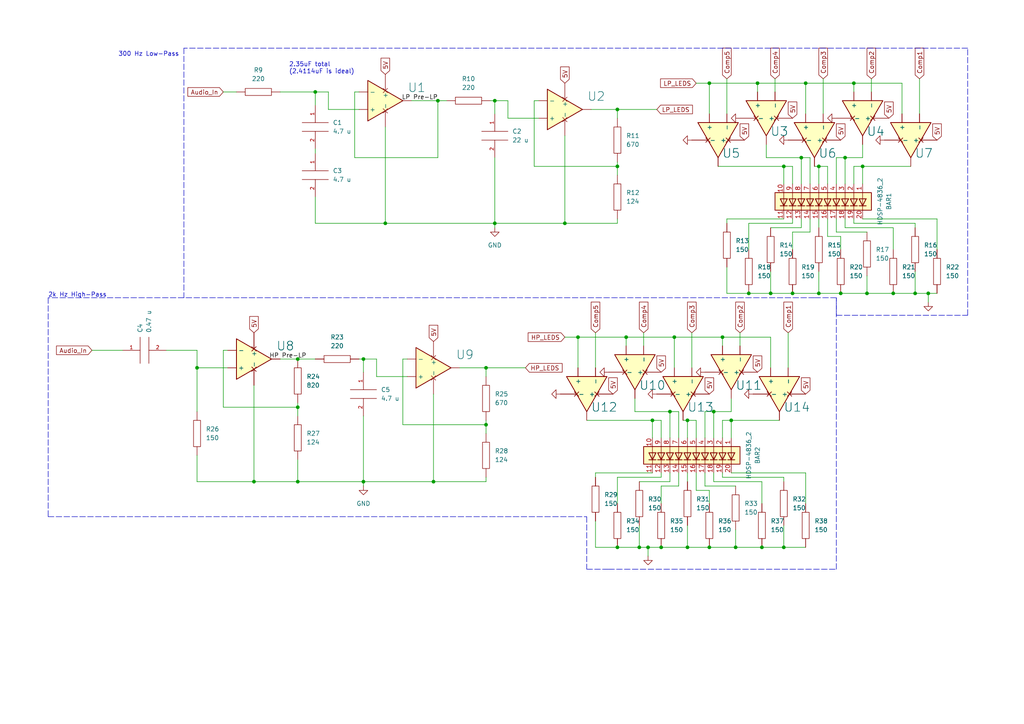
<source format=kicad_sch>
(kicad_sch (version 20211123) (generator eeschema)
  (paper "A4")
  (title_block (title "High and Low Pass Filters with Bar Graph LEDs"))
  (lib_symbols
    (symbol "Generic:X-opamp,IEEE" (pin_numbers hide)
      (property "Reference" "U" (at 6.35 3.81 0))
      (property "Value" "X-opamp,IEEE" (at 6.35 -3.81 0))
      (symbol "X-opamp,IEEE_1_1"
        (polyline (pts (xy 5.08 0) (xy -5.08 5.8674) (xy -5.08 -5.8674) (xy 5.08 0)) (stroke (width 0.254)) (fill (type background)))
        (pin input line (at -7.62 -2.54 0) (length 2.54) (name "+") (number "1"))
        (pin input line (at -7.62 2.54 0) (length 2.54) (name "-") (number "2"))
        (pin power_in non_logic (at 0 7.62 270) (length 4.6736) (name "+") (number "3"))
        (pin power_in non_logic (at 0 -7.62 90) (length 4.6736) (name "-") (number "4"))
        (pin output line (at 7.62 0 180) (length 2.54) (name "OUT") (number "5"))
      )
    )
    (symbol "LED:HDSP-4836_2" (pin_names (offset 1.016) hide)
      (property "Reference" "BAR" (at 0 15.24 0))
      (property "Value" "HDSP-4836_2" (at 0 -17.78 0))
      (symbol "HDSP-4836_2_0_1"
        (rectangle (start -2.54 12.7) (end 2.54 -15.24) (stroke (width 0.254)) (fill (type background)))
        (polyline (pts (xy -2.54 -12.7) (xy 2.54 -12.7)))
        (polyline (pts (xy -2.54 -10.16) (xy 2.54 -10.16)))
        (polyline (pts (xy -2.54 -7.62) (xy 2.54 -7.62)))
        (polyline (pts (xy -2.54 -5.08) (xy 2.54 -5.08)))
        (polyline (pts (xy -2.54 0) (xy 2.54 0)))
        (polyline (pts (xy -2.54 5.08) (xy 2.54 5.08)))
        (polyline (pts (xy -2.54 7.62) (xy 2.54 7.62)))
        (polyline (pts (xy -2.54 10.16) (xy 2.54 10.16)))
        (polyline (pts (xy 1.27 -11.684) (xy 1.27 -13.716)) (stroke (width 0.254)))
        (polyline (pts (xy 1.27 -9.144) (xy 1.27 -11.176)) (stroke (width 0.254)))
        (polyline (pts (xy 1.27 -6.604) (xy 1.27 -8.636)) (stroke (width 0.254)))
        (polyline (pts (xy 1.27 -4.064) (xy 1.27 -6.096)) (stroke (width 0.254)))
        (polyline (pts (xy 1.27 -1.524) (xy 1.27 -3.556)) (stroke (width 0.254)))
        (polyline (pts (xy 1.27 1.016) (xy 1.27 -1.016)) (stroke (width 0.254)))
        (polyline (pts (xy 1.27 3.556) (xy 1.27 1.524)) (stroke (width 0.254)))
        (polyline (pts (xy 1.27 6.096) (xy 1.27 4.064)) (stroke (width 0.254)))
        (polyline (pts (xy 1.27 8.636) (xy 1.27 6.604)) (stroke (width 0.254)))
        (polyline (pts (xy 1.27 11.176) (xy 1.27 9.144)) (stroke (width 0.254)))
        (polyline (pts (xy 2.54 -2.54) (xy -2.54 -2.54)))
        (polyline (pts (xy 2.54 2.54) (xy -2.54 2.54)))
        (polyline (pts (xy -0.762 -11.684) (xy -0.762 -13.716) (xy 1.27 -12.7) (xy -0.762 -11.684)) (stroke (width 0.254)))
        (polyline (pts (xy -0.762 -9.144) (xy -0.762 -11.176) (xy 1.27 -10.16) (xy -0.762 -9.144)) (stroke (width 0.254)))
        (polyline (pts (xy -0.762 -6.604) (xy -0.762 -8.636) (xy 1.27 -7.62) (xy -0.762 -6.604)) (stroke (width 0.254)))
        (polyline (pts (xy -0.762 -4.064) (xy -0.762 -6.096) (xy 1.27 -5.08) (xy -0.762 -4.064)) (stroke (width 0.254)))
        (polyline (pts (xy -0.762 -1.524) (xy -0.762 -3.556) (xy 1.27 -2.54) (xy -0.762 -1.524)) (stroke (width 0.254)))
        (polyline (pts (xy -0.762 1.016) (xy -0.762 -1.016) (xy 1.27 0) (xy -0.762 1.016)) (stroke (width 0.254)))
        (polyline (pts (xy -0.762 3.556) (xy -0.762 1.524) (xy 1.27 2.54) (xy -0.762 3.556)) (stroke (width 0.254)))
        (polyline (pts (xy -0.762 6.096) (xy -0.762 4.064) (xy 1.27 5.08) (xy -0.762 6.096)) (stroke (width 0.254)))
        (polyline (pts (xy -0.762 8.636) (xy -0.762 6.604) (xy 1.27 7.62) (xy -0.762 8.636)) (stroke (width 0.254)))
        (polyline (pts (xy -0.762 11.176) (xy -0.762 9.144) (xy 1.27 10.16) (xy -0.762 11.176)) (stroke (width 0.254)))
      )
      (symbol "HDSP-4836_2_1_1"
        (pin passive line (at -5.08 10.16 0) (length 2.54) (name "A") (number "1"))
        (pin passive line (at -5.08 -12.7 0) (length 2.54) (name "A") (number "10"))
        (pin passive line (at 5.08 -12.7 180) (length 2.54) (name "K") (number "11"))
        (pin passive line (at 5.08 -10.16 180) (length 2.54) (name "K") (number "12"))
        (pin passive line (at 5.08 -7.62 180) (length 2.54) (name "K") (number "13"))
        (pin passive line (at 5.08 -5.08 180) (length 2.54) (name "K") (number "14"))
        (pin passive line (at 5.08 -2.54 180) (length 2.54) (name "K") (number "15"))
        (pin passive line (at 5.08 0 180) (length 2.54) (name "K") (number "16"))
        (pin passive line (at 5.08 2.54 180) (length 2.54) (name "K") (number "17"))
        (pin passive line (at 5.08 5.08 180) (length 2.54) (name "K") (number "18"))
        (pin passive line (at 5.08 7.62 180) (length 2.54) (name "K") (number "19"))
        (pin passive line (at -5.08 7.62 0) (length 2.54) (name "A") (number "2"))
        (pin passive line (at 5.08 10.16 180) (length 2.54) (name "K") (number "20"))
        (pin passive line (at -5.08 5.08 0) (length 2.54) (name "A") (number "3"))
        (pin passive line (at -5.08 2.54 0) (length 2.54) (name "A") (number "4"))
        (pin passive line (at -5.08 0 0) (length 2.54) (name "A") (number "5"))
        (pin passive line (at -5.08 -2.54 0) (length 2.54) (name "A") (number "6"))
        (pin passive line (at -5.08 -5.08 0) (length 2.54) (name "A") (number "7"))
        (pin passive line (at -5.08 -7.62 0) (length 2.54) (name "A") (number "8"))
        (pin passive line (at -5.08 -10.16 0) (length 2.54) (name "A") (number "9"))
      )
    )
    (symbol "power:GND" (power) (pin_names (offset 0))
      (property "Value" "GND" (at 0 -3.81 0))
      (symbol "GND_0_1"
        (polyline (pts (xy 0 0) (xy 0 -1.27) (xy 1.27 -1.27) (xy 0 -2.54) (xy -1.27 -1.27) (xy 0 -1.27)))
      )
      (symbol "GND_1_1"
        (pin power_in line (at 0 0 270) (length 0) hide (name "GND") (number "1"))
      )
    )
    (symbol "pspice:C" (pin_names (offset 0.254))
      (property "Reference" "C" (at 2.54 3.81 90))
      (property "Value" "C" (at 2.54 -3.81 90))
      (symbol "C_0_1"
        (polyline (pts (xy -3.81 -1.27) (xy 3.81 -1.27)))
        (polyline (pts (xy -3.81 1.27) (xy 3.81 1.27)))
      )
      (symbol "C_1_1"
        (pin passive line (at 0 6.35 270) (length 5.08) (name "~") (number "1"))
        (pin passive line (at 0 -6.35 90) (length 5.08) (name "~") (number "2"))
      )
    )
    (symbol "pspice:R" (pin_numbers hide) (pin_names (offset 0))
      (property "Reference" "R" (at 2.032 0 90))
      (property "Value" "R" (at 0 0 90))
      (symbol "R_0_1"
        (rectangle (start -1.016 3.81) (end 1.016 -3.81))
      )
      (symbol "R_1_1"
        (pin passive line (at 0 6.35 270) (length 2.54) (name "~") (number "1"))
        (pin passive line (at 0 -6.35 90) (length 2.54) (name "~") (number "2"))
      )
    )
  )
  (junction (at 227.33 158.75))
  (junction (at 243.84 85.09))
  (junction (at 143.51 64.77))
  (junction (at 167.64 97.79))
  (junction (at 269.24 85.09))
  (junction (at 245.11 45.72))
  (junction (at 205.74 24.13))
  (junction (at 125.73 139.7))
  (junction (at 259.08 85.09))
  (junction (at 194.31 119.38))
  (junction (at 185.42 158.75))
  (junction (at 163.83 64.77))
  (junction (at 265.43 85.09))
  (junction (at 217.17 85.09))
  (junction (at 181.61 97.79))
  (junction (at 247.65 24.13))
  (junction (at 140.97 106.68))
  (junction (at 140.97 123.19))
  (junction (at 199.39 121.92))
  (junction (at 127 29.21))
  (junction (at 199.39 158.75))
  (junction (at 209.55 97.79))
  (junction (at 195.58 97.79))
  (junction (at 219.71 24.13))
  (junction (at 251.46 85.09))
  (junction (at 86.36 139.7))
  (junction (at 91.44 26.67))
  (junction (at 237.49 85.09))
  (junction (at 229.87 85.09))
  (junction (at 187.96 158.75))
  (junction (at 105.41 104.14))
  (junction (at 227.33 48.26))
  (junction (at 207.01 119.38))
  (junction (at 179.07 48.26))
  (junction (at 105.41 139.7))
  (junction (at 143.51 29.21))
  (junction (at 57.15 106.68))
  (junction (at 205.74 158.75))
  (junction (at 86.36 104.14))
  (junction (at 86.36 118.11))
  (junction (at 232.41 45.72))
  (junction (at 212.09 121.92))
  (junction (at 179.07 158.75))
  (junction (at 213.36 158.75))
  (junction (at 223.52 85.09))
  (junction (at 220.98 158.75))
  (junction (at 179.07 31.75))
  (junction (at 189.23 121.92))
  (junction (at 111.76 64.77))
  (junction (at 250.19 48.26))
  (junction (at 191.77 158.75))
  (junction (at 73.66 139.7))
  (junction (at 233.68 24.13))
  (junction (at 237.49 48.26))
  (wire (pts (xy 207.01 127) (xy 207.01 119.38)))
  (wire (pts (xy 207.01 119.38) (xy 204.47 119.38)))
  (wire (pts (xy 269.24 85.09) (xy 269.24 87.63)))
  (wire (pts (xy 116.84 123.19) (xy 116.84 104.14)))
  (wire (pts (xy 125.73 139.7) (xy 105.41 139.7)))
  (wire (pts (xy 143.51 45.72) (xy 143.51 64.77)))
  (wire (pts (xy 119.38 29.21) (xy 127 29.21)))
  (wire (pts (xy 247.65 48.26) (xy 250.19 48.26)))
  (wire (pts (xy 261.62 24.13) (xy 261.62 33.02)))
  (wire (pts (xy 163.83 97.79) (xy 167.64 97.79)))
  (wire (pts (xy 243.84 68.58) (xy 243.84 72.39)))
  (wire (pts (xy 105.41 120.65) (xy 105.41 139.7)))
  (wire (pts (xy 238.76 22.86) (xy 238.76 33.02)))
  (wire (pts (xy 111.76 36.83) (xy 111.76 64.77)))
  (wire (pts (xy 204.47 127) (xy 204.47 119.38)))
  (wire (pts (xy 213.36 153.67) (xy 213.36 158.75)))
  (wire (pts (xy 57.15 106.68) (xy 57.15 101.6)))
  (wire (pts (xy 233.68 137.16) (xy 233.68 146.05)))
  (polyline (pts (xy 280.67 91.44) (xy 280.67 13.97)))
  (wire (pts (xy 234.95 53.34) (xy 234.95 45.72)))
  (wire (pts (xy 233.68 158.75) (xy 227.33 158.75)))
  (wire (pts (xy 237.49 85.09) (xy 237.49 78.74)))
  (wire (pts (xy 95.25 26.67) (xy 91.44 26.67)))
  (wire (pts (xy 26.67 101.6) (xy 35.56 101.6)))
  (wire (pts (xy 179.07 31.75) (xy 179.07 34.29)))
  (wire (pts (xy 179.07 48.26) (xy 179.07 50.8)))
  (wire (pts (xy 223.52 85.09) (xy 229.87 85.09)))
  (wire (pts (xy 172.72 151.13) (xy 172.72 158.75)))
  (wire (pts (xy 191.77 140.97) (xy 196.85 140.97)))
  (wire (pts (xy 219.71 24.13) (xy 219.71 26.67)))
  (wire (pts (xy 91.44 30.48) (xy 91.44 26.67)))
  (wire (pts (xy 236.22 48.26) (xy 237.49 48.26)))
  (wire (pts (xy 229.87 67.31) (xy 229.87 72.39)))
  (wire (pts (xy 265.43 78.74) (xy 265.43 85.09)))
  (wire (pts (xy 109.22 104.14) (xy 105.41 104.14)))
  (wire (pts (xy 116.84 104.14) (xy 118.11 104.14)))
  (wire (pts (xy 271.78 63.5) (xy 271.78 72.39)))
  (wire (pts (xy 179.07 31.75) (xy 190.5 31.75)))
  (wire (pts (xy 242.57 67.31) (xy 242.57 63.5)))
  (wire (pts (xy 233.68 24.13) (xy 233.68 33.02)))
  (polyline (pts (xy 13.97 86.36) (xy 13.97 149.86)))
  (wire (pts (xy 195.58 97.79) (xy 209.55 97.79)))
  (wire (pts (xy 243.84 85.09) (xy 251.46 85.09)))
  (wire (pts (xy 227.33 138.43) (xy 227.33 139.7)))
  (wire (pts (xy 191.77 140.97) (xy 191.77 146.05)))
  (wire (pts (xy 189.23 127) (xy 189.23 121.92)))
  (wire (pts (xy 86.36 133.35) (xy 86.36 139.7)))
  (wire (pts (xy 224.79 22.86) (xy 224.79 26.67)))
  (wire (pts (xy 227.33 152.4) (xy 227.33 158.75)))
  (wire (pts (xy 205.74 24.13) (xy 205.74 33.02)))
  (wire (pts (xy 213.36 158.75) (xy 220.98 158.75)))
  (wire (pts (xy 125.73 114.3) (xy 125.73 139.7)))
  (wire (pts (xy 140.97 106.68) (xy 140.97 109.22)))
  (wire (pts (xy 214.63 96.52) (xy 214.63 100.33)))
  (wire (pts (xy 209.55 97.79) (xy 209.55 100.33)))
  (wire (pts (xy 250.19 48.26) (xy 250.19 53.34)))
  (wire (pts (xy 143.51 33.02) (xy 143.51 29.21)))
  (polyline (pts (xy 236.22 86.36) (xy 13.97 86.36)))
  (wire (pts (xy 187.96 158.75) (xy 191.77 158.75)))
  (wire (pts (xy 209.55 138.43) (xy 209.55 137.16)))
  (wire (pts (xy 57.15 106.68) (xy 57.15 119.38)))
  (wire (pts (xy 184.15 115.57) (xy 184.15 119.38)))
  (wire (pts (xy 232.41 63.5) (xy 232.41 66.04)))
  (wire (pts (xy 240.03 68.58) (xy 240.03 63.5)))
  (wire (pts (xy 245.11 45.72) (xy 242.57 45.72)))
  (wire (pts (xy 154.94 29.21) (xy 156.21 29.21)))
  (wire (pts (xy 259.08 72.39) (xy 259.08 66.04)))
  (wire (pts (xy 172.72 106.68) (xy 172.72 96.52)))
  (wire (pts (xy 81.28 26.67) (xy 91.44 26.67)))
  (wire (pts (xy 185.42 158.75) (xy 187.96 158.75)))
  (wire (pts (xy 140.97 121.92) (xy 140.97 123.19)))
  (wire (pts (xy 265.43 64.77) (xy 265.43 66.04)))
  (wire (pts (xy 237.49 85.09) (xy 243.84 85.09)))
  (wire (pts (xy 143.51 64.77) (xy 143.51 66.04)))
  (wire (pts (xy 105.41 139.7) (xy 105.41 140.97)))
  (wire (pts (xy 229.87 64.77) (xy 217.17 64.77)))
  (polyline (pts (xy 170.18 165.1) (xy 176.53 165.1)))
  (wire (pts (xy 210.82 63.5) (xy 227.33 63.5)))
  (polyline (pts (xy 242.57 86.36) (xy 242.57 91.44)))
  (wire (pts (xy 57.15 106.68) (xy 66.04 106.68)))
  (wire (pts (xy 181.61 97.79) (xy 195.58 97.79)))
  (wire (pts (xy 210.82 77.47) (xy 210.82 85.09)))
  (polyline (pts (xy 280.67 13.97) (xy 53.34 13.97)))
  (wire (pts (xy 109.22 109.22) (xy 118.11 109.22)))
  (wire (pts (xy 140.97 139.7) (xy 125.73 139.7)))
  (wire (pts (xy 142.24 29.21) (xy 143.51 29.21)))
  (wire (pts (xy 102.87 26.67) (xy 104.14 26.67)))
  (wire (pts (xy 179.07 138.43) (xy 179.07 146.05)))
  (wire (pts (xy 191.77 121.92) (xy 189.23 121.92)))
  (wire (pts (xy 95.25 31.75) (xy 104.14 31.75)))
  (wire (pts (xy 251.46 85.09) (xy 259.08 85.09)))
  (wire (pts (xy 229.87 63.5) (xy 229.87 64.77)))
  (wire (pts (xy 127 29.21) (xy 127 45.72)))
  (wire (pts (xy 242.57 53.34) (xy 242.57 45.72)))
  (wire (pts (xy 234.95 67.31) (xy 234.95 63.5)))
  (polyline (pts (xy 242.57 86.36) (xy 236.22 86.36)))
  (wire (pts (xy 204.47 140.97) (xy 204.47 137.16)))
  (wire (pts (xy 204.47 140.97) (xy 213.36 140.97)))
  (wire (pts (xy 199.39 158.75) (xy 205.74 158.75)))
  (wire (pts (xy 201.93 121.92) (xy 201.93 127)))
  (wire (pts (xy 209.55 121.92) (xy 212.09 121.92)))
  (wire (pts (xy 237.49 63.5) (xy 237.49 66.04)))
  (wire (pts (xy 105.41 107.95) (xy 105.41 104.14)))
  (wire (pts (xy 91.44 43.18) (xy 91.44 44.45)))
  (wire (pts (xy 205.74 24.13) (xy 219.71 24.13)))
  (wire (pts (xy 196.85 119.38) (xy 194.31 119.38)))
  (wire (pts (xy 271.78 85.09) (xy 269.24 85.09)))
  (wire (pts (xy 86.36 116.84) (xy 86.36 118.11)))
  (wire (pts (xy 181.61 97.79) (xy 181.61 100.33)))
  (wire (pts (xy 210.82 33.02) (xy 210.82 22.86)))
  (wire (pts (xy 86.36 118.11) (xy 64.77 118.11)))
  (wire (pts (xy 222.25 45.72) (xy 232.41 45.72)))
  (wire (pts (xy 86.36 139.7) (xy 105.41 139.7)))
  (polyline (pts (xy 242.57 165.1) (xy 242.57 86.36)))
  (wire (pts (xy 201.93 24.13) (xy 205.74 24.13)))
  (wire (pts (xy 194.31 139.7) (xy 185.42 139.7)))
  (wire (pts (xy 209.55 97.79) (xy 223.52 97.79)))
  (wire (pts (xy 154.94 48.26) (xy 179.07 48.26)))
  (wire (pts (xy 73.66 139.7) (xy 86.36 139.7)))
  (wire (pts (xy 227.33 53.34) (xy 227.33 48.26)))
  (wire (pts (xy 111.76 64.77) (xy 91.44 64.77)))
  (wire (pts (xy 104.14 104.14) (xy 105.41 104.14)))
  (wire (pts (xy 191.77 127) (xy 191.77 121.92)))
  (wire (pts (xy 199.39 137.16) (xy 199.39 139.7)))
  (wire (pts (xy 172.72 158.75) (xy 179.07 158.75)))
  (wire (pts (xy 259.08 85.09) (xy 265.43 85.09)))
  (wire (pts (xy 229.87 85.09) (xy 237.49 85.09)))
  (wire (pts (xy 217.17 85.09) (xy 223.52 85.09)))
  (wire (pts (xy 223.52 97.79) (xy 223.52 106.68)))
  (wire (pts (xy 199.39 158.75) (xy 199.39 152.4)))
  (wire (pts (xy 250.19 48.26) (xy 264.16 48.26)))
  (wire (pts (xy 207.01 139.7) (xy 220.98 139.7)))
  (wire (pts (xy 196.85 140.97) (xy 196.85 137.16)))
  (polyline (pts (xy 53.34 13.97) (xy 53.34 86.36)))
  (wire (pts (xy 227.33 48.26) (xy 208.28 48.26)))
  (wire (pts (xy 200.66 96.52) (xy 200.66 106.68)))
  (wire (pts (xy 57.15 132.08) (xy 57.15 139.7)))
  (wire (pts (xy 234.95 45.72) (xy 232.41 45.72)))
  (wire (pts (xy 205.74 158.75) (xy 213.36 158.75)))
  (wire (pts (xy 229.87 67.31) (xy 234.95 67.31)))
  (wire (pts (xy 179.07 64.77) (xy 179.07 63.5)))
  (wire (pts (xy 232.41 53.34) (xy 232.41 45.72)))
  (wire (pts (xy 251.46 80.01) (xy 251.46 85.09)))
  (wire (pts (xy 220.98 146.05) (xy 220.98 139.7)))
  (wire (pts (xy 201.93 142.24) (xy 205.74 142.24)))
  (wire (pts (xy 237.49 48.26) (xy 240.03 48.26)))
  (wire (pts (xy 245.11 66.04) (xy 259.08 66.04)))
  (wire (pts (xy 210.82 85.09) (xy 217.17 85.09)))
  (wire (pts (xy 95.25 31.75) (xy 95.25 26.67)))
  (wire (pts (xy 247.65 24.13) (xy 247.65 26.67)))
  (wire (pts (xy 223.52 78.74) (xy 223.52 85.09)))
  (wire (pts (xy 237.49 48.26) (xy 237.49 53.34)))
  (wire (pts (xy 271.78 63.5) (xy 250.19 63.5)))
  (wire (pts (xy 228.6 96.52) (xy 228.6 106.68)))
  (wire (pts (xy 191.77 158.75) (xy 199.39 158.75)))
  (wire (pts (xy 247.65 53.34) (xy 247.65 48.26)))
  (wire (pts (xy 172.72 137.16) (xy 189.23 137.16)))
  (wire (pts (xy 179.07 64.77) (xy 163.83 64.77)))
  (wire (pts (xy 242.57 67.31) (xy 251.46 67.31)))
  (wire (pts (xy 219.71 24.13) (xy 233.68 24.13)))
  (wire (pts (xy 64.77 118.11) (xy 64.77 101.6)))
  (wire (pts (xy 167.64 97.79) (xy 167.64 106.68)))
  (wire (pts (xy 212.09 121.92) (xy 226.06 121.92)))
  (wire (pts (xy 172.72 137.16) (xy 172.72 138.43)))
  (wire (pts (xy 191.77 138.43) (xy 179.07 138.43)))
  (wire (pts (xy 222.25 41.91) (xy 222.25 45.72)))
  (wire (pts (xy 198.12 121.92) (xy 199.39 121.92)))
  (wire (pts (xy 220.98 158.75) (xy 227.33 158.75)))
  (wire (pts (xy 127 29.21) (xy 129.54 29.21)))
  (polyline (pts (xy 13.97 149.86) (xy 170.18 149.86)))
  (wire (pts (xy 102.87 45.72) (xy 102.87 26.67)))
  (wire (pts (xy 201.93 142.24) (xy 201.93 137.16)))
  (wire (pts (xy 171.45 31.75) (xy 179.07 31.75)))
  (wire (pts (xy 250.19 45.72) (xy 245.11 45.72)))
  (wire (pts (xy 265.43 64.77) (xy 247.65 64.77)))
  (wire (pts (xy 109.22 109.22) (xy 109.22 104.14)))
  (wire (pts (xy 86.36 118.11) (xy 86.36 120.65)))
  (wire (pts (xy 64.77 101.6) (xy 66.04 101.6)))
  (wire (pts (xy 207.01 139.7) (xy 207.01 137.16)))
  (wire (pts (xy 217.17 64.77) (xy 217.17 72.39)))
  (wire (pts (xy 245.11 66.04) (xy 245.11 63.5)))
  (wire (pts (xy 196.85 127) (xy 196.85 119.38)))
  (wire (pts (xy 91.44 57.15) (xy 91.44 64.77)))
  (polyline (pts (xy 242.57 91.44) (xy 280.67 91.44)))
  (polyline (pts (xy 170.18 149.86) (xy 170.18 165.1)))
  (wire (pts (xy 229.87 53.34) (xy 229.87 48.26)))
  (wire (pts (xy 189.23 121.92) (xy 170.18 121.92)))
  (wire (pts (xy 81.28 104.14) (xy 86.36 104.14)))
  (wire (pts (xy 212.09 121.92) (xy 212.09 127)))
  (wire (pts (xy 232.41 66.04) (xy 223.52 66.04)))
  (wire (pts (xy 205.74 142.24) (xy 205.74 146.05)))
  (wire (pts (xy 212.09 115.57) (xy 212.09 119.38)))
  (wire (pts (xy 199.39 121.92) (xy 199.39 127)))
  (wire (pts (xy 252.73 22.86) (xy 252.73 26.67)))
  (wire (pts (xy 140.97 139.7) (xy 140.97 138.43)))
  (wire (pts (xy 245.11 53.34) (xy 245.11 45.72)))
  (wire (pts (xy 233.68 137.16) (xy 212.09 137.16)))
  (wire (pts (xy 147.32 34.29) (xy 156.21 34.29)))
  (wire (pts (xy 143.51 64.77) (xy 163.83 64.77)))
  (wire (pts (xy 111.76 64.77) (xy 143.51 64.77)))
  (wire (pts (xy 266.7 22.86) (xy 266.7 33.02)))
  (wire (pts (xy 64.77 26.67) (xy 68.58 26.67)))
  (wire (pts (xy 250.19 41.91) (xy 250.19 45.72)))
  (wire (pts (xy 116.84 123.19) (xy 140.97 123.19)))
  (wire (pts (xy 229.87 48.26) (xy 227.33 48.26)))
  (wire (pts (xy 269.24 85.09) (xy 265.43 85.09)))
  (wire (pts (xy 199.39 121.92) (xy 201.93 121.92)))
  (wire (pts (xy 227.33 138.43) (xy 209.55 138.43)))
  (wire (pts (xy 179.07 46.99) (xy 179.07 48.26)))
  (wire (pts (xy 102.87 45.72) (xy 127 45.72)))
  (wire (pts (xy 86.36 104.14) (xy 91.44 104.14)))
  (wire (pts (xy 247.65 24.13) (xy 261.62 24.13)))
  (wire (pts (xy 247.65 64.77) (xy 247.65 63.5)))
  (wire (pts (xy 140.97 123.19) (xy 140.97 125.73)))
  (wire (pts (xy 210.82 63.5) (xy 210.82 64.77)))
  (wire (pts (xy 140.97 106.68) (xy 152.4 106.68)))
  (wire (pts (xy 73.66 139.7) (xy 57.15 139.7)))
  (wire (pts (xy 233.68 24.13) (xy 247.65 24.13)))
  (wire (pts (xy 133.35 106.68) (xy 140.97 106.68)))
  (wire (pts (xy 184.15 119.38) (xy 194.31 119.38)))
  (wire (pts (xy 163.83 39.37) (xy 163.83 64.77)))
  (polyline (pts (xy 176.53 165.1) (xy 242.57 165.1)))
  (wire (pts (xy 209.55 127) (xy 209.55 121.92)))
  (wire (pts (xy 240.03 68.58) (xy 243.84 68.58)))
  (wire (pts (xy 167.64 97.79) (xy 181.61 97.79)))
  (wire (pts (xy 179.07 158.75) (xy 185.42 158.75)))
  (wire (pts (xy 240.03 48.26) (xy 240.03 53.34)))
  (wire (pts (xy 154.94 48.26) (xy 154.94 29.21)))
  (wire (pts (xy 191.77 137.16) (xy 191.77 138.43)))
  (wire (pts (xy 48.26 101.6) (xy 57.15 101.6)))
  (wire (pts (xy 187.96 158.75) (xy 187.96 161.29)))
  (wire (pts (xy 147.32 34.29) (xy 147.32 29.21)))
  (wire (pts (xy 147.32 29.21) (xy 143.51 29.21)))
  (wire (pts (xy 73.66 111.76) (xy 73.66 139.7)))
  (wire (pts (xy 195.58 97.79) (xy 195.58 106.68)))
  (wire (pts (xy 186.69 96.52) (xy 186.69 100.33)))
  (wire (pts (xy 194.31 127) (xy 194.31 119.38)))
  (wire (pts (xy 212.09 119.38) (xy 207.01 119.38)))
  (wire (pts (xy 185.42 152.4) (xy 185.42 158.75)))
  (wire (pts (xy 194.31 137.16) (xy 194.31 139.7)))
  (text "2k Hz High-Pass" (at 13.97 86.36 0) (effects (font (size 1.27 1.27)) (justify left bottom)))
  (text "2.35uF total\n(2.4114uF is ideal)" (at 83.82 21.59 0) (effects (font (size 1.27 1.27)) (justify left bottom)))
  (text "300 Hz Low-Pass" (at 34.29 16.51 0) (effects (font (size 1.27 1.27)) (justify left bottom)))
  (label "HP Pre-LP" (at 88.9 104.14 180))
  (label "LP Pre-LP" (at 127 29.21 180))
  (global_label "5V" (shape input) (at 191.77 107.95 90) (property "Intersheet References" "${INTERSHEET_REFS}" (effects hide)))
  (global_label "LP_LEDS" (shape input) (at 201.93 24.13 180) (property "Intersheet References" "${INTERSHEET_REFS}" (effects hide)))
  (global_label "Comp5" (shape input) (at 172.72 96.52 90) (property "Intersheet References" "${INTERSHEET_REFS}" (effects hide)))
  (global_label "5V" (shape input) (at 257.81 34.29 90) (property "Intersheet References" "${INTERSHEET_REFS}" (effects hide)))
  (global_label "5V" (shape input) (at 177.8 114.3 90) (property "Intersheet References" "${INTERSHEET_REFS}" (effects hide)))
  (global_label "5V" (shape input) (at 111.76 21.59 90) (property "Intersheet References" "${INTERSHEET_REFS}" (effects hide)))
  (global_label "Comp2" (shape input) (at 214.63 96.52 90) (property "Intersheet References" "${INTERSHEET_REFS}" (effects hide)))
  (global_label "Comp3" (shape input) (at 238.76 22.86 90) (property "Intersheet References" "${INTERSHEET_REFS}" (effects hide)))
  (global_label "5V" (shape input) (at 205.74 114.3 90) (property "Intersheet References" "${INTERSHEET_REFS}" (effects hide)))
  (global_label "5V" (shape input) (at 233.68 114.3 90) (property "Intersheet References" "${INTERSHEET_REFS}" (effects hide)))
  (global_label "Comp4" (shape input) (at 186.69 96.52 90) (property "Intersheet References" "${INTERSHEET_REFS}" (effects hide)))
  (global_label "HP_LEDS" (shape input) (at 152.4 106.68 0) (property "Intersheet References" "${INTERSHEET_REFS}" (effects hide)))
  (global_label "5V" (shape input) (at 229.87 34.29 90) (property "Intersheet References" "${INTERSHEET_REFS}" (effects hide)))
  (global_label "5V" (shape input) (at 271.78 40.64 90) (property "Intersheet References" "${INTERSHEET_REFS}" (effects hide)))
  (global_label "Audio_In" (shape input) (at 64.77 26.67 180) (property "Intersheet References" "${INTERSHEET_REFS}" (effects hide)))
  (global_label "5V" (shape input) (at 219.71 107.95 90) (property "Intersheet References" "${INTERSHEET_REFS}" (effects hide)))
  (global_label "5V" (shape input) (at 243.84 40.64 90) (property "Intersheet References" "${INTERSHEET_REFS}" (effects hide)))
  (global_label "5V" (shape input) (at 215.9 40.64 90) (property "Intersheet References" "${INTERSHEET_REFS}" (effects hide)))
  (global_label "Comp1" (shape input) (at 266.7 22.86 90) (property "Intersheet References" "${INTERSHEET_REFS}" (effects hide)))
  (global_label "Comp1" (shape input) (at 228.6 96.52 90) (property "Intersheet References" "${INTERSHEET_REFS}" (effects hide)))
  (global_label "Audio_In" (shape input) (at 26.67 101.6 180) (property "Intersheet References" "${INTERSHEET_REFS}" (effects hide)))
  (global_label "Comp3" (shape input) (at 200.66 96.52 90) (property "Intersheet References" "${INTERSHEET_REFS}" (effects hide)))
  (global_label "LP_LEDS" (shape input) (at 190.5 31.75 0) (property "Intersheet References" "${INTERSHEET_REFS}" (effects hide)))
  (global_label "Comp2" (shape input) (at 252.73 22.86 90) (property "Intersheet References" "${INTERSHEET_REFS}" (effects hide)))
  (global_label "Comp5" (shape input) (at 210.82 22.86 90) (property "Intersheet References" "${INTERSHEET_REFS}" (effects hide)))
  (global_label "HP_LEDS" (shape input) (at 163.83 97.79 180) (property "Intersheet References" "${INTERSHEET_REFS}" (effects hide)))
  (global_label "5V" (shape input) (at 73.66 96.52 90) (property "Intersheet References" "${INTERSHEET_REFS}" (effects hide)))
  (global_label "5V" (shape input) (at 125.73 99.06 90) (property "Intersheet References" "${INTERSHEET_REFS}" (effects hide)))
  (global_label "5V" (shape input) (at 163.83 24.13 90) (property "Intersheet References" "${INTERSHEET_REFS}" (effects hide)))
  (global_label "Comp4" (shape input) (at 224.79 22.86 90) (property "Intersheet References" "${INTERSHEET_REFS}" (effects hide)))
  (symbol (lib_id "power:GND") (at 143.51 66.04 0) (unit 1)
    (property "Reference" "#PWR09" (effects hide))
    (property "Value" "GND" (at 143.51 71.12 0))
  )
  (symbol (lib_id "Generic:X-opamp,IEEE") (at 226.06 114.3 270) (unit 1)
    (property "Reference" "U14" (at 231.14 118.11 90) (effects (font (size 2.54 2.54))))
    (property "Value" "X-opamp,IEEE" (effects hide))
    (property "Spice_Primitive" "X" (effects hide))
    (property "Spice_Model" "genopa1" (effects hide))
    (property "Spice_Netlist_Enabled" "Y" (effects hide))
    (property "Spice_Lib_File" "C:\\Users\\rydog\\Desktop\\basic_models\\OpAmps\\generic_opamp.lib" (effects hide))
  )
  (symbol (lib_id "Generic:X-opamp,IEEE") (at 170.18 114.3 270) (unit 1)
    (property "Reference" "U12" (at 175.26 118.11 90) (effects (font (size 2.54 2.54))))
    (property "Value" "X-opamp,IEEE" (effects hide))
    (property "Spice_Primitive" "X" (effects hide))
    (property "Spice_Model" "genopa1" (effects hide))
    (property "Spice_Netlist_Enabled" "Y" (effects hide))
    (property "Spice_Lib_File" "C:\\Users\\rydog\\Desktop\\basic_models\\OpAmps\\generic_opamp.lib" (effects hide))
  )
  (symbol (lib_id "pspice:R") (at 227.33 146.05 180) (unit 1)
    (property "Reference" "R32" (at 229.87 144.7799 0) (effects (justify right)))
    (property "Value" "150" (at 229.87 147.3199 0) (effects (justify right)))
  )
  (symbol (lib_id "power:GND") (at 200.66 40.64 270) (unit 1)
    (property "Reference" "#PWR06" (effects hide))
    (property "Value" "GND" (effects hide))
  )
  (symbol (lib_id "Generic:X-opamp,IEEE") (at 208.28 40.64 270) (unit 1)
    (property "Reference" "U5" (at 212.09 44.45 90) (effects (font (size 2.54 2.54))))
    (property "Value" "X-opamp,IEEE" (effects hide))
    (property "Spice_Primitive" "X" (effects hide))
    (property "Spice_Model" "genopa1" (effects hide))
    (property "Spice_Netlist_Enabled" "Y" (effects hide))
    (property "Spice_Lib_File" "C:\\Users\\rydog\\Desktop\\basic_models\\OpAmps\\generic_opamp.lib" (effects hide))
  )
  (symbol (lib_id "power:GND") (at 214.63 34.29 270) (unit 1)
    (property "Reference" "#PWR04" (effects hide))
    (property "Value" "GND" (effects hide))
  )
  (symbol (lib_id "pspice:R") (at 210.82 71.12 180) (unit 1)
    (property "Reference" "R13" (at 213.36 69.8499 0) (effects (justify right)))
    (property "Value" "150" (at 213.36 72.3899 0) (effects (justify right)))
  )
  (symbol (lib_id "pspice:R") (at 135.89 29.21 90) (unit 1)
    (property "Reference" "R10" (at 135.89 22.86 90))
    (property "Value" "220" (at 135.89 25.4 90))
  )
  (symbol (lib_id "pspice:C") (at 41.91 101.6 90) (unit 1)
    (property "Reference" "C4" (at 40.6399 96.52 0) (effects (justify left)))
    (property "Value" "0.47 u" (at 43.1799 96.52 0) (effects (justify left)))
  )
  (symbol (lib_id "Generic:X-opamp,IEEE") (at 184.15 107.95 270) (unit 1)
    (property "Reference" "U10" (at 189.23 111.76 90) (effects (font (size 2.54 2.54))))
    (property "Value" "X-opamp,IEEE" (effects hide))
    (property "Spice_Primitive" "X" (effects hide))
    (property "Spice_Model" "genopa1" (effects hide))
    (property "Spice_Netlist_Enabled" "Y" (effects hide))
    (property "Spice_Lib_File" "C:\\Users\\rydog\\Desktop\\basic_models\\OpAmps\\generic_opamp.lib" (effects hide))
  )
  (symbol (lib_id "LED:HDSP-4836_2") (at 240.03 58.42 270) (unit 1)
    (property "Reference" "BAR1" (at 257.81 58.42 0))
    (property "Value" "HDSP-4836_2" (at 255.27 58.42 0))
    (property "Footprint" "Display:HDSP-4836" (effects hide))
    (property "Datasheet" "https://docs.broadcom.com/docs/AV02-1798EN" (effects hide))
    (property "Spice_Primitive" "R" (effects hide))
    (property "Spice_Netlist_Enabled" "N" (effects hide))
    (property "Spice_Model" "HDSP-4836_2" (effects hide))
  )
  (symbol (lib_id "pspice:R") (at 220.98 152.4 180) (unit 1)
    (property "Reference" "R37" (at 223.52 151.1299 0) (effects (justify right)))
    (property "Value" "150" (at 223.52 153.6699 0) (effects (justify right)))
  )
  (symbol (lib_id "pspice:R") (at 172.72 144.78 180) (unit 1)
    (property "Reference" "R29" (at 175.26 143.5099 0) (effects (justify right)))
    (property "Value" "150" (at 175.26 146.0499 0) (effects (justify right)))
  )
  (symbol (lib_id "power:GND") (at 218.44 114.3 270) (unit 1)
    (property "Reference" "#PWR015" (effects hide))
    (property "Value" "GND" (effects hide))
  )
  (symbol (lib_id "pspice:R") (at 179.07 57.15 180) (unit 1)
    (property "Reference" "R12" (at 181.61 55.8799 0) (effects (justify right)))
    (property "Value" "124" (at 181.61 58.4199 0) (effects (justify right)))
  )
  (symbol (lib_id "pspice:R") (at 213.36 147.32 180) (unit 1)
    (property "Reference" "R33" (at 215.9 146.0499 0) (effects (justify right)))
    (property "Value" "150" (at 215.9 148.5899 0) (effects (justify right)))
  )
  (symbol (lib_id "power:GND") (at 187.96 161.29 0) (unit 1)
    (property "Reference" "#PWR017" (effects hide))
    (property "Value" "GND" (effects hide))
  )
  (symbol (lib_id "pspice:R") (at 140.97 115.57 180) (unit 1)
    (property "Reference" "R25" (at 143.51 114.2999 0) (effects (justify right)))
    (property "Value" "670" (at 143.51 116.8399 0) (effects (justify right)))
  )
  (symbol (lib_id "pspice:R") (at 229.87 78.74 180) (unit 1)
    (property "Reference" "R19" (at 232.41 77.4699 0) (effects (justify right)))
    (property "Value" "150" (at 232.41 80.0099 0) (effects (justify right)))
  )
  (symbol (lib_id "power:GND") (at 204.47 107.95 270) (unit 1)
    (property "Reference" "#PWR012" (effects hide))
    (property "Value" "GND" (effects hide))
  )
  (symbol (lib_id "pspice:R") (at 86.36 127 180) (unit 1)
    (property "Reference" "R27" (at 88.9 125.7299 0) (effects (justify right)))
    (property "Value" "124" (at 88.9 128.2699 0) (effects (justify right)))
  )
  (symbol (lib_id "power:GND") (at 190.5 114.3 270) (unit 1)
    (property "Reference" "#PWR014" (effects hide))
    (property "Value" "GND" (effects hide))
  )
  (symbol (lib_id "pspice:R") (at 74.93 26.67 90) (unit 1)
    (property "Reference" "R9" (at 74.93 20.32 90))
    (property "Value" "220" (at 74.93 22.86 90))
  )
  (symbol (lib_id "power:GND") (at 162.56 114.3 270) (unit 1)
    (property "Reference" "#PWR013" (effects hide))
    (property "Value" "GND" (effects hide))
  )
  (symbol (lib_id "pspice:R") (at 179.07 40.64 180) (unit 1)
    (property "Reference" "R11" (at 181.61 39.3699 0) (effects (justify right)))
    (property "Value" "670" (at 181.61 41.9099 0) (effects (justify right)))
  )
  (symbol (lib_id "pspice:R") (at 237.49 72.39 180) (unit 1)
    (property "Reference" "R15" (at 240.03 71.1199 0) (effects (justify right)))
    (property "Value" "150" (at 240.03 73.6599 0) (effects (justify right)))
  )
  (symbol (lib_id "LED:HDSP-4836_2") (at 201.93 132.08 270) (unit 1)
    (property "Reference" "BAR2" (at 219.71 132.08 0))
    (property "Value" "HDSP-4836_2" (at 217.17 132.08 0))
    (property "Footprint" "Display:HDSP-4836" (effects hide))
    (property "Datasheet" "https://docs.broadcom.com/docs/AV02-1798EN" (effects hide))
    (property "Spice_Primitive" "R" (effects hide))
    (property "Spice_Netlist_Enabled" "N" (effects hide))
    (property "Spice_Model" "HDSP-4836_2" (effects hide))
  )
  (symbol (lib_id "power:GND") (at 176.53 107.95 270) (unit 1)
    (property "Reference" "#PWR011" (effects hide))
    (property "Value" "GND" (effects hide))
  )
  (symbol (lib_id "pspice:R") (at 140.97 132.08 180) (unit 1)
    (property "Reference" "R28" (at 143.51 130.8099 0) (effects (justify right)))
    (property "Value" "124" (at 143.51 133.3499 0) (effects (justify right)))
  )
  (symbol (lib_id "power:GND") (at 269.24 87.63 0) (unit 1)
    (property "Reference" "#PWR010" (effects hide))
    (property "Value" "GND" (effects hide))
  )
  (symbol (lib_id "pspice:R") (at 57.15 125.73 180) (unit 1)
    (property "Reference" "R26" (at 59.69 124.4599 0) (effects (justify right)))
    (property "Value" "150" (at 59.69 126.9999 0) (effects (justify right)))
  )
  (symbol (lib_id "pspice:R") (at 97.79 104.14 90) (unit 1)
    (property "Reference" "R23" (at 97.79 97.79 90))
    (property "Value" "220" (at 97.79 100.33 90))
  )
  (symbol (lib_id "pspice:R") (at 271.78 78.74 180) (unit 1)
    (property "Reference" "R22" (at 274.32 77.4699 0) (effects (justify right)))
    (property "Value" "150" (at 274.32 80.0099 0) (effects (justify right)))
  )
  (symbol (lib_id "Generic:X-opamp,IEEE") (at 198.12 114.3 270) (unit 1)
    (property "Reference" "U13" (at 203.2 118.11 90) (effects (font (size 2.54 2.54))))
    (property "Value" "X-opamp,IEEE" (effects hide))
    (property "Spice_Primitive" "X" (effects hide))
    (property "Spice_Model" "genopa1" (effects hide))
    (property "Spice_Netlist_Enabled" "Y" (effects hide))
    (property "Spice_Lib_File" "C:\\Users\\rydog\\Desktop\\basic_models\\OpAmps\\generic_opamp.lib" (effects hide))
  )
  (symbol (lib_id "Generic:X-opamp,IEEE") (at 236.22 40.64 270) (unit 1)
    (property "Reference" "U6" (at 240.03 44.45 90) (effects (font (size 2.54 2.54))))
    (property "Value" "X-opamp,IEEE" (effects hide))
    (property "Spice_Primitive" "X" (effects hide))
    (property "Spice_Model" "genopa1" (effects hide))
    (property "Spice_Netlist_Enabled" "Y" (effects hide))
    (property "Spice_Lib_File" "C:\\Users\\rydog\\Desktop\\basic_models\\OpAmps\\generic_opamp.lib" (effects hide))
  )
  (symbol (lib_id "pspice:R") (at 179.07 152.4 180) (unit 1)
    (property "Reference" "R34" (at 181.61 151.1299 0) (effects (justify right)))
    (property "Value" "150" (at 181.61 153.6699 0) (effects (justify right)))
  )
  (symbol (lib_id "power:GND") (at 228.6 40.64 270) (unit 1)
    (property "Reference" "#PWR07" (effects hide))
    (property "Value" "GND" (effects hide))
  )
  (symbol (lib_id "pspice:R") (at 233.68 152.4 180) (unit 1)
    (property "Reference" "R38" (at 236.22 151.1299 0) (effects (justify right)))
    (property "Value" "150" (at 236.22 153.6699 0) (effects (justify right)))
  )
  (symbol (lib_id "Generic:X-opamp,IEEE") (at 222.25 34.29 270) (unit 1)
    (property "Reference" "U3" (at 226.06 38.1 90) (effects (font (size 2.54 2.54))))
    (property "Value" "X-opamp,IEEE" (effects hide))
    (property "Spice_Primitive" "X" (effects hide))
    (property "Spice_Model" "genopa1" (effects hide))
    (property "Spice_Netlist_Enabled" "Y" (effects hide))
    (property "Spice_Lib_File" "C:\\Users\\rydog\\Desktop\\basic_models\\OpAmps\\generic_opamp.lib" (effects hide))
  )
  (symbol (lib_id "power:GND") (at 242.57 34.29 270) (unit 1)
    (property "Reference" "#PWR05" (effects hide))
    (property "Value" "GND" (effects hide))
  )
  (symbol (lib_id "Generic:X-opamp,IEEE") (at 264.16 40.64 270) (unit 1)
    (property "Reference" "U7" (at 267.97 44.45 90) (effects (font (size 2.54 2.54))))
    (property "Value" "X-opamp,IEEE" (effects hide))
    (property "Spice_Primitive" "X" (effects hide))
    (property "Spice_Model" "genopa1" (effects hide))
    (property "Spice_Netlist_Enabled" "Y" (effects hide))
    (property "Spice_Lib_File" "C:\\Users\\rydog\\Desktop\\basic_models\\OpAmps\\generic_opamp.lib" (effects hide))
  )
  (symbol (lib_id "pspice:R") (at 185.42 146.05 180) (unit 1)
    (property "Reference" "R30" (at 187.96 144.7799 0) (effects (justify right)))
    (property "Value" "150" (at 187.96 147.3199 0) (effects (justify right)))
  )
  (symbol (lib_id "Generic:X-opamp,IEEE") (at 111.76 29.21 0) (unit 1)
    (property "Reference" "U1" (at 118.11 25.4 0) (effects (font (size 2.54 2.54)) (justify left)))
    (property "Value" "X-opamp,IEEE" (effects hide))
    (property "Spice_Primitive" "X" (effects hide))
    (property "Spice_Model" "genopa1" (effects hide))
    (property "Spice_Netlist_Enabled" "Y" (effects hide))
    (property "Spice_Lib_File" "C:\\Users\\rydog\\Desktop\\basic_models\\OpAmps\\generic_opamp.lib" (effects hide))
  )
  (symbol (lib_id "Generic:X-opamp,IEEE") (at 250.19 34.29 270) (unit 1)
    (property "Reference" "U4" (at 254 38.1 90) (effects (font (size 2.54 2.54))))
    (property "Value" "X-opamp,IEEE" (effects hide))
    (property "Spice_Primitive" "X" (effects hide))
    (property "Spice_Model" "genopa1" (effects hide))
    (property "Spice_Netlist_Enabled" "Y" (effects hide))
    (property "Spice_Lib_File" "C:\\Users\\rydog\\Desktop\\basic_models\\OpAmps\\generic_opamp.lib" (effects hide))
  )
  (symbol (lib_id "pspice:R") (at 243.84 78.74 180) (unit 1)
    (property "Reference" "R20" (at 246.38 77.4699 0) (effects (justify right)))
    (property "Value" "150" (at 246.38 80.0099 0) (effects (justify right)))
  )
  (symbol (lib_id "Generic:X-opamp,IEEE") (at 212.09 107.95 270) (unit 1)
    (property "Reference" "U11" (at 217.17 111.76 90) (effects (font (size 2.54 2.54))))
    (property "Value" "X-opamp,IEEE" (effects hide))
    (property "Spice_Primitive" "X" (effects hide))
    (property "Spice_Model" "genopa1" (effects hide))
    (property "Spice_Netlist_Enabled" "Y" (effects hide))
    (property "Spice_Lib_File" "C:\\Users\\rydog\\Desktop\\basic_models\\OpAmps\\generic_opamp.lib" (effects hide))
  )
  (symbol (lib_id "pspice:R") (at 191.77 152.4 180) (unit 1)
    (property "Reference" "R35" (at 194.31 151.1299 0) (effects (justify right)))
    (property "Value" "150" (at 194.31 153.6699 0) (effects (justify right)))
  )
  (symbol (lib_id "Generic:X-opamp,IEEE") (at 163.83 31.75 0) (unit 1)
    (property "Reference" "U2" (at 170.18 27.94 0) (effects (font (size 2.54 2.54)) (justify left)))
    (property "Value" "X-opamp,IEEE" (effects hide))
    (property "Spice_Primitive" "X" (effects hide))
    (property "Spice_Model" "genopa1" (effects hide))
    (property "Spice_Netlist_Enabled" "Y" (effects hide))
    (property "Spice_Lib_File" "C:\\Users\\rydog\\Desktop\\basic_models\\OpAmps\\generic_opamp.lib" (effects hide))
  )
  (symbol (lib_id "Generic:X-opamp,IEEE") (at 125.73 106.68 0) (unit 1)
    (property "Reference" "U9" (at 132.08 102.87 0) (effects (font (size 2.54 2.54)) (justify left)))
    (property "Value" "X-opamp,IEEE" (effects hide))
    (property "Spice_Primitive" "X" (effects hide))
    (property "Spice_Model" "genopa1" (effects hide))
    (property "Spice_Netlist_Enabled" "Y" (effects hide))
    (property "Spice_Lib_File" "C:\\Users\\rydog\\Desktop\\basic_models\\OpAmps\\generic_opamp.lib" (effects hide))
  )
  (symbol (lib_id "pspice:C") (at 105.41 114.3 0) (unit 1)
    (property "Reference" "C5" (at 110.49 113.03 0) (effects (justify left)))
    (property "Value" "4.7 u" (at 110.49 115.57 0) (effects (justify left)))
  )
  (symbol (lib_id "power:GND") (at 256.54 40.64 270) (unit 1)
    (property "Reference" "#PWR08" (effects hide))
    (property "Value" "GND" (effects hide))
  )
  (symbol (lib_id "pspice:R") (at 199.39 146.05 180) (unit 1)
    (property "Reference" "R31" (at 201.93 144.7799 0) (effects (justify right)))
    (property "Value" "150" (at 201.93 147.3199 0) (effects (justify right)))
  )
  (symbol (lib_id "pspice:R") (at 86.36 110.49 180) (unit 1)
    (property "Reference" "R24" (at 88.9 109.2199 0) (effects (justify right)))
    (property "Value" "820" (at 88.9 111.7599 0) (effects (justify right)))
  )
  (symbol (lib_id "pspice:R") (at 251.46 73.66 180) (unit 1)
    (property "Reference" "R17" (at 254 72.3899 0) (effects (justify right)))
    (property "Value" "150" (at 254 74.9299 0) (effects (justify right)))
  )
  (symbol (lib_id "pspice:C") (at 91.44 50.8 0) (unit 1)
    (property "Reference" "C3" (at 96.52 49.53 0) (effects (justify left)))
    (property "Value" "4.7 u" (at 96.52 52.07 0) (effects (justify left)))
  )
  (symbol (lib_id "pspice:R") (at 205.74 152.4 180) (unit 1)
    (property "Reference" "R36" (at 208.28 151.1299 0) (effects (justify right)))
    (property "Value" "150" (at 208.28 153.6699 0) (effects (justify right)))
  )
  (symbol (lib_id "pspice:R") (at 259.08 78.74 180) (unit 1)
    (property "Reference" "R21" (at 261.62 77.4699 0) (effects (justify right)))
    (property "Value" "150" (at 261.62 80.0099 0) (effects (justify right)))
  )
  (symbol (lib_id "power:GND") (at 105.41 140.97 0) (unit 1)
    (property "Reference" "#PWR016" (effects hide))
    (property "Value" "GND" (at 105.41 146.05 0))
  )
  (symbol (lib_id "pspice:R") (at 265.43 72.39 180) (unit 1)
    (property "Reference" "R16" (at 267.97 71.1199 0) (effects (justify right)))
    (property "Value" "150" (at 267.97 73.6599 0) (effects (justify right)))
  )
  (symbol (lib_id "pspice:R") (at 223.52 72.39 180) (unit 1)
    (property "Reference" "R14" (at 226.06 71.1199 0) (effects (justify right)))
    (property "Value" "150" (at 226.06 73.6599 0) (effects (justify right)))
  )
  (symbol (lib_id "pspice:C") (at 143.51 39.37 0) (unit 1)
    (property "Reference" "C2" (at 148.59 38.1 0) (effects (justify left)))
    (property "Value" "22 u" (at 148.59 40.64 0) (effects (justify left)))
  )
  (symbol (lib_id "pspice:R") (at 217.17 78.74 180) (unit 1)
    (property "Reference" "R18" (at 219.71 77.4699 0) (effects (justify right)))
    (property "Value" "150" (at 219.71 80.0099 0) (effects (justify right)))
  )
  (symbol (lib_id "Generic:X-opamp,IEEE") (at 73.66 104.14 0) (unit 1)
    (property "Reference" "U8" (at 80.01 100.33 0) (effects (font (size 2.54 2.54)) (justify left)))
    (property "Value" "X-opamp,IEEE" (effects hide))
    (property "Spice_Primitive" "X" (effects hide))
    (property "Spice_Model" "genopa1" (effects hide))
    (property "Spice_Netlist_Enabled" "Y" (effects hide))
    (property "Spice_Lib_File" "C:\\Users\\rydog\\Desktop\\basic_models\\OpAmps\\generic_opamp.lib" (effects hide))
  )
  (symbol (lib_id "pspice:C") (at 91.44 36.83 0) (unit 1)
    (property "Reference" "C1" (at 96.52 35.5599 0) (effects (justify left)))
    (property "Value" "4.7 u" (at 96.52 38.0999 0) (effects (justify left)))
  )
)
</source>
